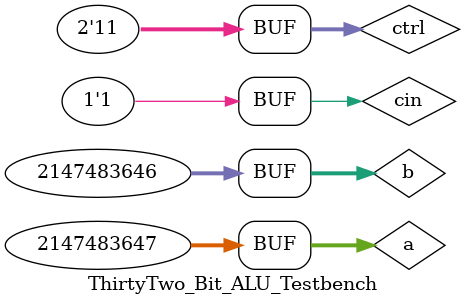
<source format=sv>



`timescale 1ns / 1ps

module ThirtyTwo_Bit_ALU_Testbench();

reg [31:0] a, b;
reg cin;
reg [1:0] ctrl;
wire cout;
wire [31:0] alu_out;

ThirtyTwo_Bit_ALU dut (a, b, cin, ctrl, alu_out, cout);

initial begin
    ctrl = 2'b00; a = 2147483647; b = 2147483647; cin = 1'b1;
    #50;
    ctrl = 2'b00; a = 2147483647; b = 2147483630; cin = 1'b1;
    #50;
    ctrl = 2'b01; a = 3; b = 9; cin = 1'b1;
    #50;
    ctrl = 2'b10; a = 2147483647; b = 2147483646;
    #50;
    ctrl = 2'b11; a = 2147483647; b = 2147483646;
    #50;
end

endmodule
</source>
